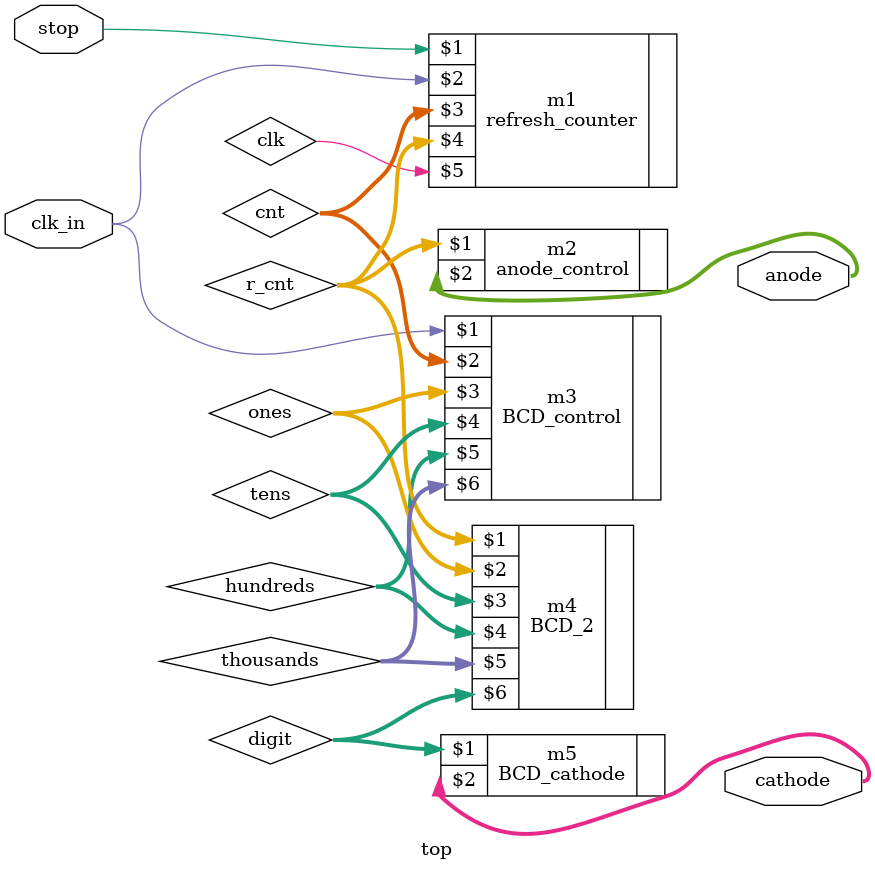
<source format=v>
`timescale 1ns / 1ps


module top( 
    input stop,
    input clk_in,
    output wire [3:0] anode,
    output wire [7:0] cathode
);
   
    wire [7:0] cnt;
    wire [1:0] r_cnt;
    wire clk;
    wire [3:0] ones;
    wire [3:0] tens;
    wire [3:0] hundreds;
    wire [3:0] thousands;
    wire [3:0] digit;
    
    refresh_counter m1(stop, clk_in, cnt, r_cnt, clk);
    anode_control m2(r_cnt, anode);    
    BCD_control m3(clk_in, cnt, ones, tens, hundreds, thousands);
    BCD_2 m4(r_cnt, ones, tens, hundreds, thousands, digit);
    BCD_cathode m5(digit, cathode);
    
    
endmodule

</source>
